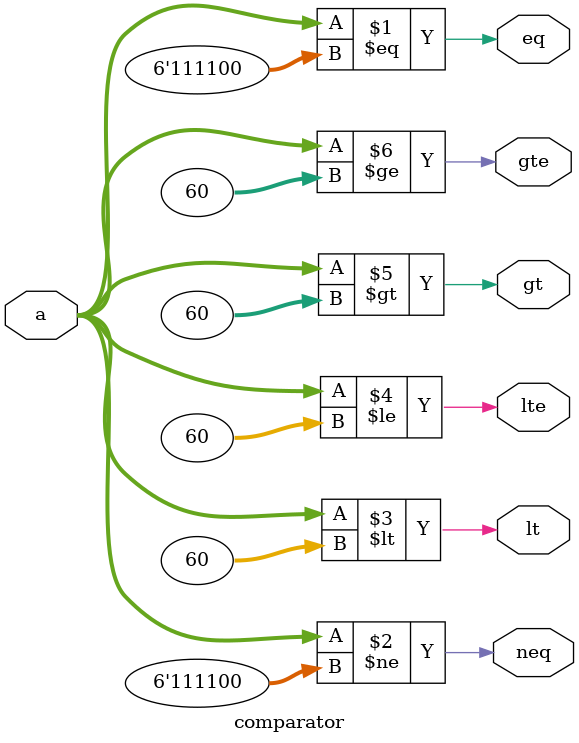
<source format=sv>
module comparator #(parameter N = 6, M = 60)(input  logic [N-1:0] a, 
                                             output logic eq, neq, lt, lte, gt, gte); 
      
    assign eq = (a == M);
    assign neq = (a != M);
    assign lt = (a < M); 
    assign lte = (a <= M);
    assign gt = (a > M);
    assign gte = (a >= M);
    
endmodule
</source>
